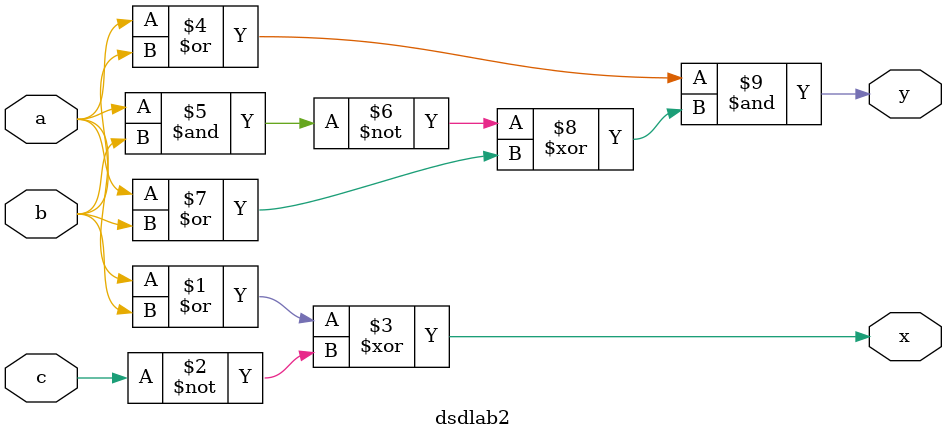
<source format=sv>
`timescale 1ns / 1ps


module dsdlab2(output x , y,
              input a,b,c
    
    
);
    assign x = (a|b)^(~c);
    assign y = (a|b)&(~(a & b)^(a|b));

endmodule

</source>
